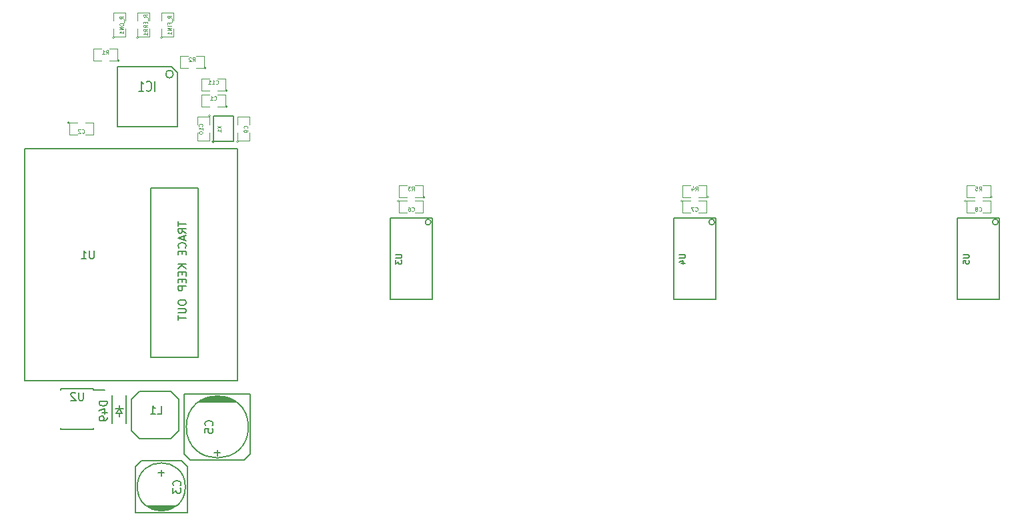
<source format=gbo>
G04 #@! TF.FileFunction,Legend,Bot*
%FSLAX46Y46*%
G04 Gerber Fmt 4.6, Leading zero omitted, Abs format (unit mm)*
G04 Created by KiCad (PCBNEW 4.0.1-stable) date 6/7/2017 10:05:46 PM*
%MOMM*%
G01*
G04 APERTURE LIST*
%ADD10C,0.150000*%
%ADD11C,0.099060*%
%ADD12C,0.127000*%
%ADD13C,0.200000*%
%ADD14C,0.152400*%
%ADD15C,0.109220*%
%ADD16C,0.203200*%
%ADD17C,0.125000*%
G04 APERTURE END LIST*
D10*
D11*
X111452000Y-100076000D02*
G75*
G03X111452000Y-100076000I-127000J0D01*
G01*
X112468000Y-100076000D02*
X111452000Y-100076000D01*
X111452000Y-100076000D02*
X111452000Y-101600000D01*
X111452000Y-101600000D02*
X112468000Y-101600000D01*
X113484000Y-101600000D02*
X114500000Y-101600000D01*
X114500000Y-101600000D02*
X114500000Y-100076000D01*
X114500000Y-100076000D02*
X113484000Y-100076000D01*
X114754000Y-99600000D02*
G75*
G03X114754000Y-99600000I-127000J0D01*
G01*
X113484000Y-99600000D02*
X114500000Y-99600000D01*
X114500000Y-99600000D02*
X114500000Y-98076000D01*
X114500000Y-98076000D02*
X113484000Y-98076000D01*
X112468000Y-98076000D02*
X111452000Y-98076000D01*
X111452000Y-98076000D02*
X111452000Y-99600000D01*
X111452000Y-99600000D02*
X112468000Y-99600000D01*
X147452000Y-100076000D02*
G75*
G03X147452000Y-100076000I-127000J0D01*
G01*
X148468000Y-100076000D02*
X147452000Y-100076000D01*
X147452000Y-100076000D02*
X147452000Y-101600000D01*
X147452000Y-101600000D02*
X148468000Y-101600000D01*
X149484000Y-101600000D02*
X150500000Y-101600000D01*
X150500000Y-101600000D02*
X150500000Y-100076000D01*
X150500000Y-100076000D02*
X149484000Y-100076000D01*
X150754000Y-99600000D02*
G75*
G03X150754000Y-99600000I-127000J0D01*
G01*
X149484000Y-99600000D02*
X150500000Y-99600000D01*
X150500000Y-99600000D02*
X150500000Y-98076000D01*
X150500000Y-98076000D02*
X149484000Y-98076000D01*
X148468000Y-98076000D02*
X147452000Y-98076000D01*
X147452000Y-98076000D02*
X147452000Y-99600000D01*
X147452000Y-99600000D02*
X148468000Y-99600000D01*
X183452000Y-100076000D02*
G75*
G03X183452000Y-100076000I-127000J0D01*
G01*
X184468000Y-100076000D02*
X183452000Y-100076000D01*
X183452000Y-100076000D02*
X183452000Y-101600000D01*
X183452000Y-101600000D02*
X184468000Y-101600000D01*
X185484000Y-101600000D02*
X186500000Y-101600000D01*
X186500000Y-101600000D02*
X186500000Y-100076000D01*
X186500000Y-100076000D02*
X185484000Y-100076000D01*
X186754000Y-99600000D02*
G75*
G03X186754000Y-99600000I-127000J0D01*
G01*
X185484000Y-99600000D02*
X186500000Y-99600000D01*
X186500000Y-99600000D02*
X186500000Y-98076000D01*
X186500000Y-98076000D02*
X185484000Y-98076000D01*
X184468000Y-98076000D02*
X183452000Y-98076000D01*
X183452000Y-98076000D02*
X183452000Y-99600000D01*
X183452000Y-99600000D02*
X184468000Y-99600000D01*
X89662000Y-88138000D02*
G75*
G03X89662000Y-88138000I-127000J0D01*
G01*
X88392000Y-88138000D02*
X89408000Y-88138000D01*
X89408000Y-88138000D02*
X89408000Y-86614000D01*
X89408000Y-86614000D02*
X88392000Y-86614000D01*
X87376000Y-86614000D02*
X86360000Y-86614000D01*
X86360000Y-86614000D02*
X86360000Y-88138000D01*
X86360000Y-88138000D02*
X87376000Y-88138000D01*
X69596000Y-90170000D02*
G75*
G03X69596000Y-90170000I-127000J0D01*
G01*
X70612000Y-90170000D02*
X69596000Y-90170000D01*
X69596000Y-90170000D02*
X69596000Y-91694000D01*
X69596000Y-91694000D02*
X70612000Y-91694000D01*
X71628000Y-91694000D02*
X72644000Y-91694000D01*
X72644000Y-91694000D02*
X72644000Y-90170000D01*
X72644000Y-90170000D02*
X71628000Y-90170000D01*
X75946000Y-82296000D02*
G75*
G03X75946000Y-82296000I-127000J0D01*
G01*
X74676000Y-82296000D02*
X75692000Y-82296000D01*
X75692000Y-82296000D02*
X75692000Y-80772000D01*
X75692000Y-80772000D02*
X74676000Y-80772000D01*
X73660000Y-80772000D02*
X72644000Y-80772000D01*
X72644000Y-80772000D02*
X72644000Y-82296000D01*
X72644000Y-82296000D02*
X73660000Y-82296000D01*
X86954000Y-83200000D02*
G75*
G03X86954000Y-83200000I-127000J0D01*
G01*
X85684000Y-83200000D02*
X86700000Y-83200000D01*
X86700000Y-83200000D02*
X86700000Y-81676000D01*
X86700000Y-81676000D02*
X85684000Y-81676000D01*
X84668000Y-81676000D02*
X83652000Y-81676000D01*
X83652000Y-81676000D02*
X83652000Y-83200000D01*
X83652000Y-83200000D02*
X84668000Y-83200000D01*
X81407000Y-79375000D02*
G75*
G03X81407000Y-79375000I-127000J0D01*
G01*
X81280000Y-78232000D02*
X81280000Y-79248000D01*
X81280000Y-79248000D02*
X82804000Y-79248000D01*
X82804000Y-79248000D02*
X82804000Y-78232000D01*
X82804000Y-77216000D02*
X82804000Y-76200000D01*
X82804000Y-76200000D02*
X81280000Y-76200000D01*
X81280000Y-76200000D02*
X81280000Y-77216000D01*
X78359000Y-79375000D02*
G75*
G03X78359000Y-79375000I-127000J0D01*
G01*
X78232000Y-78232000D02*
X78232000Y-79248000D01*
X78232000Y-79248000D02*
X79756000Y-79248000D01*
X79756000Y-79248000D02*
X79756000Y-78232000D01*
X79756000Y-77216000D02*
X79756000Y-76200000D01*
X79756000Y-76200000D02*
X78232000Y-76200000D01*
X78232000Y-76200000D02*
X78232000Y-77216000D01*
X75311000Y-79375000D02*
G75*
G03X75311000Y-79375000I-127000J0D01*
G01*
X75184000Y-78232000D02*
X75184000Y-79248000D01*
X75184000Y-79248000D02*
X76708000Y-79248000D01*
X76708000Y-79248000D02*
X76708000Y-78232000D01*
X76708000Y-77216000D02*
X76708000Y-76200000D01*
X76708000Y-76200000D02*
X75184000Y-76200000D01*
X75184000Y-76200000D02*
X75184000Y-77216000D01*
D12*
X115494210Y-102766000D02*
G75*
G03X115494210Y-102766000I-359210J0D01*
G01*
X115643000Y-112545000D02*
X115643000Y-102258000D01*
X110309000Y-102258000D02*
X110309000Y-112545000D01*
X110309000Y-102258000D02*
X115643000Y-102258000D01*
X110309000Y-112545000D02*
X115643000Y-112545000D01*
X151494210Y-102766000D02*
G75*
G03X151494210Y-102766000I-359210J0D01*
G01*
X151643000Y-112545000D02*
X151643000Y-102258000D01*
X146309000Y-102258000D02*
X146309000Y-112545000D01*
X146309000Y-102258000D02*
X151643000Y-102258000D01*
X146309000Y-112545000D02*
X151643000Y-112545000D01*
X187494210Y-102766000D02*
G75*
G03X187494210Y-102766000I-359210J0D01*
G01*
X187643000Y-112545000D02*
X187643000Y-102258000D01*
X182309000Y-102258000D02*
X182309000Y-112545000D01*
X182309000Y-102258000D02*
X187643000Y-102258000D01*
X182309000Y-112545000D02*
X187643000Y-112545000D01*
D13*
X82524000Y-83028000D02*
X75666000Y-83028000D01*
X83286000Y-83790000D02*
X83286000Y-90648000D01*
X83286000Y-83790000D02*
X82524000Y-83028000D01*
X83286000Y-90648000D02*
X75666000Y-90648000D01*
X75666000Y-90648000D02*
X75666000Y-83028000D01*
D14*
X82794966Y-83977960D02*
G75*
G03X82794966Y-83977960I-479246J0D01*
G01*
D11*
X91059000Y-92583000D02*
G75*
G03X91059000Y-92583000I-127000J0D01*
G01*
X90932000Y-91440000D02*
X90932000Y-92456000D01*
X90932000Y-92456000D02*
X92456000Y-92456000D01*
X92456000Y-92456000D02*
X92456000Y-91440000D01*
X92456000Y-90424000D02*
X92456000Y-89408000D01*
X92456000Y-89408000D02*
X90932000Y-89408000D01*
X90932000Y-89408000D02*
X90932000Y-90424000D01*
X87503000Y-89281000D02*
G75*
G03X87503000Y-89281000I-127000J0D01*
G01*
X87376000Y-90424000D02*
X87376000Y-89408000D01*
X87376000Y-89408000D02*
X85852000Y-89408000D01*
X85852000Y-89408000D02*
X85852000Y-90424000D01*
X85852000Y-91440000D02*
X85852000Y-92456000D01*
X85852000Y-92456000D02*
X87376000Y-92456000D01*
X87376000Y-92456000D02*
X87376000Y-91440000D01*
D13*
X88034000Y-92532000D02*
G75*
G03X88034000Y-92532000I-150000J0D01*
G01*
D10*
X90424000Y-92532000D02*
X90424000Y-89332000D01*
X90424000Y-89332000D02*
X87884000Y-89332000D01*
X87884000Y-89332000D02*
X87884000Y-92532000D01*
X87884000Y-92532000D02*
X90424000Y-92532000D01*
X90976000Y-93450000D02*
X90976000Y-122950000D01*
X90976000Y-122950000D02*
X63976000Y-122950000D01*
X63976000Y-122950000D02*
X63976000Y-93450000D01*
X63976000Y-93450000D02*
X90976000Y-93450000D01*
X79976000Y-119950000D02*
X81976000Y-119950000D01*
X81976000Y-98450000D02*
X79976000Y-98450000D01*
X85976000Y-98450000D02*
X85976000Y-119950000D01*
X85976000Y-119950000D02*
X81976000Y-119950000D01*
X79976000Y-119950000D02*
X79976000Y-98950000D01*
X79976000Y-98950000D02*
X79976000Y-98450000D01*
X81976000Y-98450000D02*
X85976000Y-98450000D01*
D11*
X89662000Y-86106000D02*
G75*
G03X89662000Y-86106000I-127000J0D01*
G01*
X88392000Y-86106000D02*
X89408000Y-86106000D01*
X89408000Y-86106000D02*
X89408000Y-84582000D01*
X89408000Y-84582000D02*
X88392000Y-84582000D01*
X87376000Y-84582000D02*
X86360000Y-84582000D01*
X86360000Y-84582000D02*
X86360000Y-86106000D01*
X86360000Y-86106000D02*
X87376000Y-86106000D01*
D10*
X82042000Y-139319000D02*
X80518000Y-139319000D01*
X80137000Y-139192000D02*
X82423000Y-139192000D01*
X82677000Y-139065000D02*
X79883000Y-139065000D01*
X79629000Y-138938000D02*
X82931000Y-138938000D01*
X83058000Y-138811000D02*
X79502000Y-138811000D01*
X84582000Y-139700000D02*
X77978000Y-139700000D01*
X77978000Y-139700000D02*
X77978000Y-133858000D01*
X77978000Y-133858000D02*
X78740000Y-133096000D01*
X78740000Y-133096000D02*
X83820000Y-133096000D01*
X83820000Y-133096000D02*
X84582000Y-133858000D01*
X84582000Y-133858000D02*
X84582000Y-139700000D01*
X81280000Y-134239000D02*
X81280000Y-135001000D01*
X81661000Y-134620000D02*
X80899000Y-134620000D01*
X84328000Y-136398000D02*
G75*
G03X84328000Y-136398000I-3048000J0D01*
G01*
X87376000Y-124968000D02*
X89408000Y-124968000D01*
X89789000Y-125095000D02*
X86995000Y-125095000D01*
X86741000Y-125222000D02*
X90043000Y-125222000D01*
X90297000Y-125349000D02*
X86487000Y-125349000D01*
X90424000Y-125476000D02*
X86360000Y-125476000D01*
X86106000Y-125603000D02*
X90678000Y-125603000D01*
X84201000Y-124587000D02*
X92583000Y-124587000D01*
X92583000Y-124587000D02*
X92583000Y-132207000D01*
X92583000Y-132207000D02*
X91821000Y-132969000D01*
X91821000Y-132969000D02*
X84963000Y-132969000D01*
X84963000Y-132969000D02*
X84201000Y-132207000D01*
X84201000Y-132207000D02*
X84201000Y-124587000D01*
X88392000Y-132461000D02*
X88392000Y-131699000D01*
X88011000Y-132080000D02*
X88773000Y-132080000D01*
X92329000Y-128778000D02*
G75*
G03X92329000Y-128778000I-3937000J0D01*
G01*
X75946000Y-127063500D02*
X75946000Y-127444500D01*
X75946000Y-126047500D02*
X75946000Y-126428500D01*
X75946000Y-126428500D02*
X75565000Y-127063500D01*
X75565000Y-127063500D02*
X76327000Y-127063500D01*
X76327000Y-127063500D02*
X75946000Y-126428500D01*
X75438000Y-126428500D02*
X76454000Y-126428500D01*
X76846000Y-124746000D02*
X76846000Y-128286000D01*
X75046000Y-124746000D02*
X75046000Y-128286000D01*
X72687000Y-123917000D02*
X72687000Y-124062000D01*
X68537000Y-123917000D02*
X68537000Y-124062000D01*
X68537000Y-129067000D02*
X68537000Y-128922000D01*
X72687000Y-129067000D02*
X72687000Y-128922000D01*
X72687000Y-123917000D02*
X68537000Y-123917000D01*
X72687000Y-129067000D02*
X68537000Y-129067000D01*
X72687000Y-124062000D02*
X74087000Y-124062000D01*
X77518000Y-127254000D02*
X77518000Y-129254000D01*
X77518000Y-129254000D02*
X78518000Y-130254000D01*
X78518000Y-130254000D02*
X82518000Y-130254000D01*
X82518000Y-130254000D02*
X83518000Y-129254000D01*
X83518000Y-129254000D02*
X83518000Y-125254000D01*
X83518000Y-125254000D02*
X82518000Y-124254000D01*
X82518000Y-124254000D02*
X78518000Y-124254000D01*
X78518000Y-124254000D02*
X77518000Y-125254000D01*
X77518000Y-125254000D02*
X77518000Y-127254000D01*
D15*
X113059396Y-101334207D02*
X113083224Y-101358035D01*
X113154707Y-101381862D01*
X113202362Y-101381862D01*
X113273845Y-101358035D01*
X113321500Y-101310380D01*
X113345328Y-101262724D01*
X113369156Y-101167414D01*
X113369156Y-101095931D01*
X113345328Y-101000620D01*
X113321500Y-100952965D01*
X113273845Y-100905310D01*
X113202362Y-100881482D01*
X113154707Y-100881482D01*
X113083224Y-100905310D01*
X113059396Y-100929138D01*
X112630499Y-100881482D02*
X112725810Y-100881482D01*
X112773465Y-100905310D01*
X112797293Y-100929138D01*
X112844948Y-101000620D01*
X112868776Y-101095931D01*
X112868776Y-101286552D01*
X112844948Y-101334207D01*
X112821120Y-101358035D01*
X112773465Y-101381862D01*
X112678155Y-101381862D01*
X112630499Y-101358035D01*
X112606672Y-101334207D01*
X112582844Y-101286552D01*
X112582844Y-101167414D01*
X112606672Y-101119759D01*
X112630499Y-101095931D01*
X112678155Y-101072103D01*
X112773465Y-101072103D01*
X112821120Y-101095931D01*
X112844948Y-101119759D01*
X112868776Y-101167414D01*
X113059396Y-98746862D02*
X113226190Y-98508586D01*
X113345328Y-98746862D02*
X113345328Y-98246482D01*
X113154707Y-98246482D01*
X113107052Y-98270310D01*
X113083224Y-98294138D01*
X113059396Y-98341793D01*
X113059396Y-98413276D01*
X113083224Y-98460931D01*
X113107052Y-98484759D01*
X113154707Y-98508586D01*
X113345328Y-98508586D01*
X112892603Y-98246482D02*
X112582844Y-98246482D01*
X112749637Y-98437103D01*
X112678155Y-98437103D01*
X112630499Y-98460931D01*
X112606672Y-98484759D01*
X112582844Y-98532414D01*
X112582844Y-98651552D01*
X112606672Y-98699207D01*
X112630499Y-98723035D01*
X112678155Y-98746862D01*
X112821120Y-98746862D01*
X112868776Y-98723035D01*
X112892603Y-98699207D01*
X149059396Y-101334207D02*
X149083224Y-101358035D01*
X149154707Y-101381862D01*
X149202362Y-101381862D01*
X149273845Y-101358035D01*
X149321500Y-101310380D01*
X149345328Y-101262724D01*
X149369156Y-101167414D01*
X149369156Y-101095931D01*
X149345328Y-101000620D01*
X149321500Y-100952965D01*
X149273845Y-100905310D01*
X149202362Y-100881482D01*
X149154707Y-100881482D01*
X149083224Y-100905310D01*
X149059396Y-100929138D01*
X148892603Y-100881482D02*
X148559016Y-100881482D01*
X148773465Y-101381862D01*
X149059396Y-98746862D02*
X149226190Y-98508586D01*
X149345328Y-98746862D02*
X149345328Y-98246482D01*
X149154707Y-98246482D01*
X149107052Y-98270310D01*
X149083224Y-98294138D01*
X149059396Y-98341793D01*
X149059396Y-98413276D01*
X149083224Y-98460931D01*
X149107052Y-98484759D01*
X149154707Y-98508586D01*
X149345328Y-98508586D01*
X148630499Y-98413276D02*
X148630499Y-98746862D01*
X148749637Y-98222655D02*
X148868776Y-98580069D01*
X148559016Y-98580069D01*
X185059396Y-101334207D02*
X185083224Y-101358035D01*
X185154707Y-101381862D01*
X185202362Y-101381862D01*
X185273845Y-101358035D01*
X185321500Y-101310380D01*
X185345328Y-101262724D01*
X185369156Y-101167414D01*
X185369156Y-101095931D01*
X185345328Y-101000620D01*
X185321500Y-100952965D01*
X185273845Y-100905310D01*
X185202362Y-100881482D01*
X185154707Y-100881482D01*
X185083224Y-100905310D01*
X185059396Y-100929138D01*
X184773465Y-101095931D02*
X184821120Y-101072103D01*
X184844948Y-101048276D01*
X184868776Y-101000620D01*
X184868776Y-100976793D01*
X184844948Y-100929138D01*
X184821120Y-100905310D01*
X184773465Y-100881482D01*
X184678155Y-100881482D01*
X184630499Y-100905310D01*
X184606672Y-100929138D01*
X184582844Y-100976793D01*
X184582844Y-101000620D01*
X184606672Y-101048276D01*
X184630499Y-101072103D01*
X184678155Y-101095931D01*
X184773465Y-101095931D01*
X184821120Y-101119759D01*
X184844948Y-101143586D01*
X184868776Y-101191241D01*
X184868776Y-101286552D01*
X184844948Y-101334207D01*
X184821120Y-101358035D01*
X184773465Y-101381862D01*
X184678155Y-101381862D01*
X184630499Y-101358035D01*
X184606672Y-101334207D01*
X184582844Y-101286552D01*
X184582844Y-101191241D01*
X184606672Y-101143586D01*
X184630499Y-101119759D01*
X184678155Y-101095931D01*
X185059396Y-98746862D02*
X185226190Y-98508586D01*
X185345328Y-98746862D02*
X185345328Y-98246482D01*
X185154707Y-98246482D01*
X185107052Y-98270310D01*
X185083224Y-98294138D01*
X185059396Y-98341793D01*
X185059396Y-98413276D01*
X185083224Y-98460931D01*
X185107052Y-98484759D01*
X185154707Y-98508586D01*
X185345328Y-98508586D01*
X184606672Y-98246482D02*
X184844948Y-98246482D01*
X184868776Y-98484759D01*
X184844948Y-98460931D01*
X184797293Y-98437103D01*
X184678155Y-98437103D01*
X184630499Y-98460931D01*
X184606672Y-98484759D01*
X184582844Y-98532414D01*
X184582844Y-98651552D01*
X184606672Y-98699207D01*
X184630499Y-98723035D01*
X184678155Y-98746862D01*
X184797293Y-98746862D01*
X184844948Y-98723035D01*
X184868776Y-98699207D01*
X87967396Y-87237207D02*
X87991224Y-87261035D01*
X88062707Y-87284862D01*
X88110362Y-87284862D01*
X88181845Y-87261035D01*
X88229500Y-87213380D01*
X88253328Y-87165724D01*
X88277156Y-87070414D01*
X88277156Y-86998931D01*
X88253328Y-86903620D01*
X88229500Y-86855965D01*
X88181845Y-86808310D01*
X88110362Y-86784482D01*
X88062707Y-86784482D01*
X87991224Y-86808310D01*
X87967396Y-86832138D01*
X87490844Y-87284862D02*
X87776776Y-87284862D01*
X87633810Y-87284862D02*
X87633810Y-86784482D01*
X87681465Y-86855965D01*
X87729120Y-86903620D01*
X87776776Y-86927448D01*
X71203396Y-91428207D02*
X71227224Y-91452035D01*
X71298707Y-91475862D01*
X71346362Y-91475862D01*
X71417845Y-91452035D01*
X71465500Y-91404380D01*
X71489328Y-91356724D01*
X71513156Y-91261414D01*
X71513156Y-91189931D01*
X71489328Y-91094620D01*
X71465500Y-91046965D01*
X71417845Y-90999310D01*
X71346362Y-90975482D01*
X71298707Y-90975482D01*
X71227224Y-90999310D01*
X71203396Y-91023138D01*
X71012776Y-91023138D02*
X70988948Y-90999310D01*
X70941293Y-90975482D01*
X70822155Y-90975482D01*
X70774499Y-90999310D01*
X70750672Y-91023138D01*
X70726844Y-91070793D01*
X70726844Y-91118448D01*
X70750672Y-91189931D01*
X71036603Y-91475862D01*
X70726844Y-91475862D01*
X74251396Y-81442862D02*
X74418190Y-81204586D01*
X74537328Y-81442862D02*
X74537328Y-80942482D01*
X74346707Y-80942482D01*
X74299052Y-80966310D01*
X74275224Y-80990138D01*
X74251396Y-81037793D01*
X74251396Y-81109276D01*
X74275224Y-81156931D01*
X74299052Y-81180759D01*
X74346707Y-81204586D01*
X74537328Y-81204586D01*
X73774844Y-81442862D02*
X74060776Y-81442862D01*
X73917810Y-81442862D02*
X73917810Y-80942482D01*
X73965465Y-81013965D01*
X74013120Y-81061620D01*
X74060776Y-81085448D01*
X85259396Y-82346862D02*
X85426190Y-82108586D01*
X85545328Y-82346862D02*
X85545328Y-81846482D01*
X85354707Y-81846482D01*
X85307052Y-81870310D01*
X85283224Y-81894138D01*
X85259396Y-81941793D01*
X85259396Y-82013276D01*
X85283224Y-82060931D01*
X85307052Y-82084759D01*
X85354707Y-82108586D01*
X85545328Y-82108586D01*
X85068776Y-81894138D02*
X85044948Y-81870310D01*
X84997293Y-81846482D01*
X84878155Y-81846482D01*
X84830499Y-81870310D01*
X84806672Y-81894138D01*
X84782844Y-81941793D01*
X84782844Y-81989448D01*
X84806672Y-82060931D01*
X85092603Y-82346862D01*
X84782844Y-82346862D01*
X82585862Y-76854293D02*
X82347586Y-76687499D01*
X82585862Y-76568361D02*
X82085482Y-76568361D01*
X82085482Y-76758982D01*
X82109310Y-76806637D01*
X82133138Y-76830465D01*
X82180793Y-76854293D01*
X82252276Y-76854293D01*
X82299931Y-76830465D01*
X82323759Y-76806637D01*
X82347586Y-76758982D01*
X82347586Y-76568361D01*
X82633518Y-76949603D02*
X82633518Y-77330845D01*
X82323759Y-77616776D02*
X82323759Y-77449983D01*
X82585862Y-77449983D02*
X82085482Y-77449983D01*
X82085482Y-77688259D01*
X82585862Y-77878880D02*
X82085482Y-77878880D01*
X82585862Y-78117156D02*
X82085482Y-78117156D01*
X82585862Y-78403088D01*
X82085482Y-78403088D01*
X82585862Y-78903468D02*
X82585862Y-78617536D01*
X82585862Y-78760502D02*
X82085482Y-78760502D01*
X82156965Y-78712847D01*
X82204620Y-78665192D01*
X82228448Y-78617536D01*
X79537862Y-76723241D02*
X79299586Y-76556447D01*
X79537862Y-76437309D02*
X79037482Y-76437309D01*
X79037482Y-76627930D01*
X79061310Y-76675585D01*
X79085138Y-76699413D01*
X79132793Y-76723241D01*
X79204276Y-76723241D01*
X79251931Y-76699413D01*
X79275759Y-76675585D01*
X79299586Y-76627930D01*
X79299586Y-76437309D01*
X79585518Y-76818551D02*
X79585518Y-77199793D01*
X79275759Y-77318931D02*
X79275759Y-77485724D01*
X79537862Y-77557207D02*
X79537862Y-77318931D01*
X79037482Y-77318931D01*
X79037482Y-77557207D01*
X79537862Y-78057588D02*
X79299586Y-77890794D01*
X79537862Y-77771656D02*
X79037482Y-77771656D01*
X79037482Y-77962277D01*
X79061310Y-78009932D01*
X79085138Y-78033760D01*
X79132793Y-78057588D01*
X79204276Y-78057588D01*
X79251931Y-78033760D01*
X79275759Y-78009932D01*
X79299586Y-77962277D01*
X79299586Y-77771656D01*
X79537862Y-78557968D02*
X79299586Y-78391174D01*
X79537862Y-78272036D02*
X79037482Y-78272036D01*
X79037482Y-78462657D01*
X79061310Y-78510312D01*
X79085138Y-78534140D01*
X79132793Y-78557968D01*
X79204276Y-78557968D01*
X79251931Y-78534140D01*
X79275759Y-78510312D01*
X79299586Y-78462657D01*
X79299586Y-78272036D01*
X79537862Y-79034520D02*
X79537862Y-78748588D01*
X79537862Y-78891554D02*
X79037482Y-78891554D01*
X79108965Y-78843899D01*
X79156620Y-78796244D01*
X79180448Y-78748588D01*
X76489862Y-76925775D02*
X76251586Y-76758981D01*
X76489862Y-76639843D02*
X75989482Y-76639843D01*
X75989482Y-76830464D01*
X76013310Y-76878119D01*
X76037138Y-76901947D01*
X76084793Y-76925775D01*
X76156276Y-76925775D01*
X76203931Y-76901947D01*
X76227759Y-76878119D01*
X76251586Y-76830464D01*
X76251586Y-76639843D01*
X76537518Y-77021085D02*
X76537518Y-77402327D01*
X75989482Y-77616776D02*
X75989482Y-77712086D01*
X76013310Y-77759741D01*
X76060965Y-77807397D01*
X76156276Y-77831224D01*
X76323069Y-77831224D01*
X76418380Y-77807397D01*
X76466035Y-77759741D01*
X76489862Y-77712086D01*
X76489862Y-77616776D01*
X76466035Y-77569120D01*
X76418380Y-77521465D01*
X76323069Y-77497637D01*
X76156276Y-77497637D01*
X76060965Y-77521465D01*
X76013310Y-77569120D01*
X75989482Y-77616776D01*
X76489862Y-78045673D02*
X75989482Y-78045673D01*
X76489862Y-78331605D01*
X75989482Y-78331605D01*
X76489862Y-78831985D02*
X76489862Y-78546053D01*
X76489862Y-78689019D02*
X75989482Y-78689019D01*
X76060965Y-78641364D01*
X76108620Y-78593709D01*
X76132448Y-78546053D01*
D12*
X111034714Y-106884429D02*
X111651571Y-106884429D01*
X111724143Y-106920714D01*
X111760429Y-106957000D01*
X111796714Y-107029571D01*
X111796714Y-107174714D01*
X111760429Y-107247286D01*
X111724143Y-107283571D01*
X111651571Y-107319857D01*
X111034714Y-107319857D01*
X111034714Y-107610143D02*
X111034714Y-108081857D01*
X111325000Y-107827857D01*
X111325000Y-107936715D01*
X111361286Y-108009286D01*
X111397571Y-108045572D01*
X111470143Y-108081857D01*
X111651571Y-108081857D01*
X111724143Y-108045572D01*
X111760429Y-108009286D01*
X111796714Y-107936715D01*
X111796714Y-107719000D01*
X111760429Y-107646429D01*
X111724143Y-107610143D01*
X147034714Y-106884429D02*
X147651571Y-106884429D01*
X147724143Y-106920714D01*
X147760429Y-106957000D01*
X147796714Y-107029571D01*
X147796714Y-107174714D01*
X147760429Y-107247286D01*
X147724143Y-107283571D01*
X147651571Y-107319857D01*
X147034714Y-107319857D01*
X147288714Y-108009286D02*
X147796714Y-108009286D01*
X146998429Y-107827857D02*
X147542714Y-107646429D01*
X147542714Y-108118143D01*
X183034714Y-106884429D02*
X183651571Y-106884429D01*
X183724143Y-106920714D01*
X183760429Y-106957000D01*
X183796714Y-107029571D01*
X183796714Y-107174714D01*
X183760429Y-107247286D01*
X183724143Y-107283571D01*
X183651571Y-107319857D01*
X183034714Y-107319857D01*
X183034714Y-108045572D02*
X183034714Y-107682715D01*
X183397571Y-107646429D01*
X183361286Y-107682715D01*
X183325000Y-107755286D01*
X183325000Y-107936715D01*
X183361286Y-108009286D01*
X183397571Y-108045572D01*
X183470143Y-108081857D01*
X183651571Y-108081857D01*
X183724143Y-108045572D01*
X183760429Y-108009286D01*
X183796714Y-107936715D01*
X183796714Y-107755286D01*
X183760429Y-107682715D01*
X183724143Y-107646429D01*
D16*
X80467809Y-86142524D02*
X80467809Y-84872524D01*
X79403428Y-86021571D02*
X79451809Y-86082048D01*
X79596952Y-86142524D01*
X79693714Y-86142524D01*
X79838856Y-86082048D01*
X79935618Y-85961095D01*
X79983999Y-85840143D01*
X80032380Y-85598238D01*
X80032380Y-85416810D01*
X79983999Y-85174905D01*
X79935618Y-85053952D01*
X79838856Y-84933000D01*
X79693714Y-84872524D01*
X79596952Y-84872524D01*
X79451809Y-84933000D01*
X79403428Y-84993476D01*
X78435809Y-86142524D02*
X79016380Y-86142524D01*
X78726094Y-86142524D02*
X78726094Y-84872524D01*
X78822856Y-85053952D01*
X78919618Y-85174905D01*
X79016380Y-85235381D01*
D15*
X92190207Y-90848604D02*
X92214035Y-90824776D01*
X92237862Y-90753293D01*
X92237862Y-90705638D01*
X92214035Y-90634155D01*
X92166380Y-90586500D01*
X92118724Y-90562672D01*
X92023414Y-90538844D01*
X91951931Y-90538844D01*
X91856620Y-90562672D01*
X91808965Y-90586500D01*
X91761310Y-90634155D01*
X91737482Y-90705638D01*
X91737482Y-90753293D01*
X91761310Y-90824776D01*
X91785138Y-90848604D01*
X92237862Y-91086880D02*
X92237862Y-91182190D01*
X92214035Y-91229845D01*
X92190207Y-91253673D01*
X92118724Y-91301328D01*
X92023414Y-91325156D01*
X91832793Y-91325156D01*
X91785138Y-91301328D01*
X91761310Y-91277501D01*
X91737482Y-91229845D01*
X91737482Y-91134535D01*
X91761310Y-91086880D01*
X91785138Y-91063052D01*
X91832793Y-91039224D01*
X91951931Y-91039224D01*
X91999586Y-91063052D01*
X92023414Y-91086880D01*
X92047241Y-91134535D01*
X92047241Y-91229845D01*
X92023414Y-91277501D01*
X91999586Y-91301328D01*
X91951931Y-91325156D01*
X86475207Y-90610328D02*
X86499035Y-90586500D01*
X86522862Y-90515017D01*
X86522862Y-90467362D01*
X86499035Y-90395879D01*
X86451380Y-90348224D01*
X86403724Y-90324396D01*
X86308414Y-90300568D01*
X86236931Y-90300568D01*
X86141620Y-90324396D01*
X86093965Y-90348224D01*
X86046310Y-90395879D01*
X86022482Y-90467362D01*
X86022482Y-90515017D01*
X86046310Y-90586500D01*
X86070138Y-90610328D01*
X86522862Y-91086880D02*
X86522862Y-90800948D01*
X86522862Y-90943914D02*
X86022482Y-90943914D01*
X86093965Y-90896259D01*
X86141620Y-90848604D01*
X86165448Y-90800948D01*
X86022482Y-91396639D02*
X86022482Y-91444294D01*
X86046310Y-91491949D01*
X86070138Y-91515777D01*
X86117793Y-91539604D01*
X86213103Y-91563432D01*
X86332241Y-91563432D01*
X86427552Y-91539604D01*
X86475207Y-91515777D01*
X86499035Y-91491949D01*
X86522862Y-91444294D01*
X86522862Y-91396639D01*
X86499035Y-91348983D01*
X86475207Y-91325156D01*
X86427552Y-91301328D01*
X86332241Y-91277500D01*
X86213103Y-91277500D01*
X86117793Y-91301328D01*
X86070138Y-91325156D01*
X86046310Y-91348983D01*
X86022482Y-91396639D01*
D17*
X88372190Y-90527239D02*
X88872190Y-90860572D01*
X88372190Y-90860572D02*
X88872190Y-90527239D01*
X88872190Y-91312952D02*
X88872190Y-91027238D01*
X88872190Y-91170095D02*
X88372190Y-91170095D01*
X88443619Y-91122476D01*
X88491238Y-91074857D01*
X88515048Y-91027238D01*
D10*
X72737905Y-106402381D02*
X72737905Y-107211905D01*
X72690286Y-107307143D01*
X72642667Y-107354762D01*
X72547429Y-107402381D01*
X72356952Y-107402381D01*
X72261714Y-107354762D01*
X72214095Y-107307143D01*
X72166476Y-107211905D01*
X72166476Y-106402381D01*
X71166476Y-107402381D02*
X71737905Y-107402381D01*
X71452191Y-107402381D02*
X71452191Y-106402381D01*
X71547429Y-106545238D01*
X71642667Y-106640476D01*
X71737905Y-106688095D01*
X83428381Y-102688095D02*
X83428381Y-103259524D01*
X84428381Y-102973809D02*
X83428381Y-102973809D01*
X84428381Y-104164286D02*
X83952190Y-103830952D01*
X84428381Y-103592857D02*
X83428381Y-103592857D01*
X83428381Y-103973810D01*
X83476000Y-104069048D01*
X83523619Y-104116667D01*
X83618857Y-104164286D01*
X83761714Y-104164286D01*
X83856952Y-104116667D01*
X83904571Y-104069048D01*
X83952190Y-103973810D01*
X83952190Y-103592857D01*
X84142667Y-104545238D02*
X84142667Y-105021429D01*
X84428381Y-104450000D02*
X83428381Y-104783333D01*
X84428381Y-105116667D01*
X84333143Y-106021429D02*
X84380762Y-105973810D01*
X84428381Y-105830953D01*
X84428381Y-105735715D01*
X84380762Y-105592857D01*
X84285524Y-105497619D01*
X84190286Y-105450000D01*
X83999810Y-105402381D01*
X83856952Y-105402381D01*
X83666476Y-105450000D01*
X83571238Y-105497619D01*
X83476000Y-105592857D01*
X83428381Y-105735715D01*
X83428381Y-105830953D01*
X83476000Y-105973810D01*
X83523619Y-106021429D01*
X83904571Y-106450000D02*
X83904571Y-106783334D01*
X84428381Y-106926191D02*
X84428381Y-106450000D01*
X83428381Y-106450000D01*
X83428381Y-106926191D01*
X84428381Y-108116667D02*
X83428381Y-108116667D01*
X84428381Y-108688096D02*
X83856952Y-108259524D01*
X83428381Y-108688096D02*
X83999810Y-108116667D01*
X83904571Y-109116667D02*
X83904571Y-109450001D01*
X84428381Y-109592858D02*
X84428381Y-109116667D01*
X83428381Y-109116667D01*
X83428381Y-109592858D01*
X83904571Y-110021429D02*
X83904571Y-110354763D01*
X84428381Y-110497620D02*
X84428381Y-110021429D01*
X83428381Y-110021429D01*
X83428381Y-110497620D01*
X84428381Y-110926191D02*
X83428381Y-110926191D01*
X83428381Y-111307144D01*
X83476000Y-111402382D01*
X83523619Y-111450001D01*
X83618857Y-111497620D01*
X83761714Y-111497620D01*
X83856952Y-111450001D01*
X83904571Y-111402382D01*
X83952190Y-111307144D01*
X83952190Y-110926191D01*
X83428381Y-112878572D02*
X83428381Y-113069049D01*
X83476000Y-113164287D01*
X83571238Y-113259525D01*
X83761714Y-113307144D01*
X84095048Y-113307144D01*
X84285524Y-113259525D01*
X84380762Y-113164287D01*
X84428381Y-113069049D01*
X84428381Y-112878572D01*
X84380762Y-112783334D01*
X84285524Y-112688096D01*
X84095048Y-112640477D01*
X83761714Y-112640477D01*
X83571238Y-112688096D01*
X83476000Y-112783334D01*
X83428381Y-112878572D01*
X83428381Y-113735715D02*
X84237905Y-113735715D01*
X84333143Y-113783334D01*
X84380762Y-113830953D01*
X84428381Y-113926191D01*
X84428381Y-114116668D01*
X84380762Y-114211906D01*
X84333143Y-114259525D01*
X84237905Y-114307144D01*
X83428381Y-114307144D01*
X83428381Y-114640477D02*
X83428381Y-115211906D01*
X84428381Y-114926191D02*
X83428381Y-114926191D01*
D15*
X88205672Y-85205207D02*
X88229500Y-85229035D01*
X88300983Y-85252862D01*
X88348638Y-85252862D01*
X88420121Y-85229035D01*
X88467776Y-85181380D01*
X88491604Y-85133724D01*
X88515432Y-85038414D01*
X88515432Y-84966931D01*
X88491604Y-84871620D01*
X88467776Y-84823965D01*
X88420121Y-84776310D01*
X88348638Y-84752482D01*
X88300983Y-84752482D01*
X88229500Y-84776310D01*
X88205672Y-84800138D01*
X87729120Y-85252862D02*
X88015052Y-85252862D01*
X87872086Y-85252862D02*
X87872086Y-84752482D01*
X87919741Y-84823965D01*
X87967396Y-84871620D01*
X88015052Y-84895448D01*
X87252568Y-85252862D02*
X87538500Y-85252862D01*
X87395534Y-85252862D02*
X87395534Y-84752482D01*
X87443189Y-84823965D01*
X87490844Y-84871620D01*
X87538500Y-84895448D01*
D10*
X83669143Y-136231334D02*
X83716762Y-136183715D01*
X83764381Y-136040858D01*
X83764381Y-135945620D01*
X83716762Y-135802762D01*
X83621524Y-135707524D01*
X83526286Y-135659905D01*
X83335810Y-135612286D01*
X83192952Y-135612286D01*
X83002476Y-135659905D01*
X82907238Y-135707524D01*
X82812000Y-135802762D01*
X82764381Y-135945620D01*
X82764381Y-136040858D01*
X82812000Y-136183715D01*
X82859619Y-136231334D01*
X82764381Y-136564667D02*
X82764381Y-137183715D01*
X83145333Y-136850381D01*
X83145333Y-136993239D01*
X83192952Y-137088477D01*
X83240571Y-137136096D01*
X83335810Y-137183715D01*
X83573905Y-137183715D01*
X83669143Y-137136096D01*
X83716762Y-137088477D01*
X83764381Y-136993239D01*
X83764381Y-136707524D01*
X83716762Y-136612286D01*
X83669143Y-136564667D01*
X87733143Y-128611334D02*
X87780762Y-128563715D01*
X87828381Y-128420858D01*
X87828381Y-128325620D01*
X87780762Y-128182762D01*
X87685524Y-128087524D01*
X87590286Y-128039905D01*
X87399810Y-127992286D01*
X87256952Y-127992286D01*
X87066476Y-128039905D01*
X86971238Y-128087524D01*
X86876000Y-128182762D01*
X86828381Y-128325620D01*
X86828381Y-128420858D01*
X86876000Y-128563715D01*
X86923619Y-128611334D01*
X86828381Y-129516096D02*
X86828381Y-129039905D01*
X87304571Y-128992286D01*
X87256952Y-129039905D01*
X87209333Y-129135143D01*
X87209333Y-129373239D01*
X87256952Y-129468477D01*
X87304571Y-129516096D01*
X87399810Y-129563715D01*
X87637905Y-129563715D01*
X87733143Y-129516096D01*
X87780762Y-129468477D01*
X87828381Y-129373239D01*
X87828381Y-129135143D01*
X87780762Y-129039905D01*
X87733143Y-128992286D01*
X74398381Y-125531714D02*
X73398381Y-125531714D01*
X73398381Y-125769809D01*
X73446000Y-125912667D01*
X73541238Y-126007905D01*
X73636476Y-126055524D01*
X73826952Y-126103143D01*
X73969810Y-126103143D01*
X74160286Y-126055524D01*
X74255524Y-126007905D01*
X74350762Y-125912667D01*
X74398381Y-125769809D01*
X74398381Y-125531714D01*
X73731714Y-126960286D02*
X74398381Y-126960286D01*
X73350762Y-126722190D02*
X74065048Y-126484095D01*
X74065048Y-127103143D01*
X74398381Y-127531714D02*
X74398381Y-127722190D01*
X74350762Y-127817429D01*
X74303143Y-127865048D01*
X74160286Y-127960286D01*
X73969810Y-128007905D01*
X73588857Y-128007905D01*
X73493619Y-127960286D01*
X73446000Y-127912667D01*
X73398381Y-127817429D01*
X73398381Y-127626952D01*
X73446000Y-127531714D01*
X73493619Y-127484095D01*
X73588857Y-127436476D01*
X73826952Y-127436476D01*
X73922190Y-127484095D01*
X73969810Y-127531714D01*
X74017429Y-127626952D01*
X74017429Y-127817429D01*
X73969810Y-127912667D01*
X73922190Y-127960286D01*
X73826952Y-128007905D01*
X71373905Y-124420381D02*
X71373905Y-125229905D01*
X71326286Y-125325143D01*
X71278667Y-125372762D01*
X71183429Y-125420381D01*
X70992952Y-125420381D01*
X70897714Y-125372762D01*
X70850095Y-125325143D01*
X70802476Y-125229905D01*
X70802476Y-124420381D01*
X70373905Y-124515619D02*
X70326286Y-124468000D01*
X70231048Y-124420381D01*
X69992952Y-124420381D01*
X69897714Y-124468000D01*
X69850095Y-124515619D01*
X69802476Y-124610857D01*
X69802476Y-124706095D01*
X69850095Y-124848952D01*
X70421524Y-125420381D01*
X69802476Y-125420381D01*
X80783726Y-127106941D02*
X81259917Y-127106941D01*
X81259917Y-126106941D01*
X79926583Y-127106941D02*
X80498012Y-127106941D01*
X80212298Y-127106941D02*
X80212298Y-126106941D01*
X80307536Y-126249798D01*
X80402774Y-126345036D01*
X80498012Y-126392655D01*
M02*

</source>
